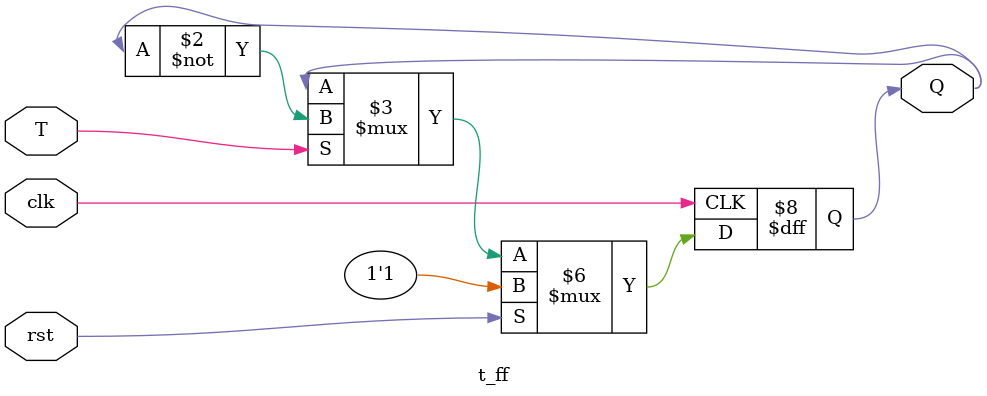
<source format=v>
`timescale 1ns/1ps
module asyn_down_counter(input clk, rst,
                         output [2:0]Q);
  wire T = 1'b1;
  wire clk1 = ~Q[0];
  wire clk2 = ~Q[1];
  //instancing the ff
  t_ff ff1(.T(T), .clk(clk), .rst(rst), .Q(Q[0]));
  t_ff ff2(.T(T), .clk(clk1), .rst(rst), .Q(Q[1]));
  t_ff ff3(.T(T), .clk(clk2), .rst(rst), .Q(Q[2]));
endmodule 

// making a tff 
module t_ff(input T, clk, rst,
            output reg Q);
  always @(negedge clk) begin
    if(rst) 
      Q <= 1'b1;
    else if(T) 
      Q <= ~Q;
  end
endmodule 
</source>
